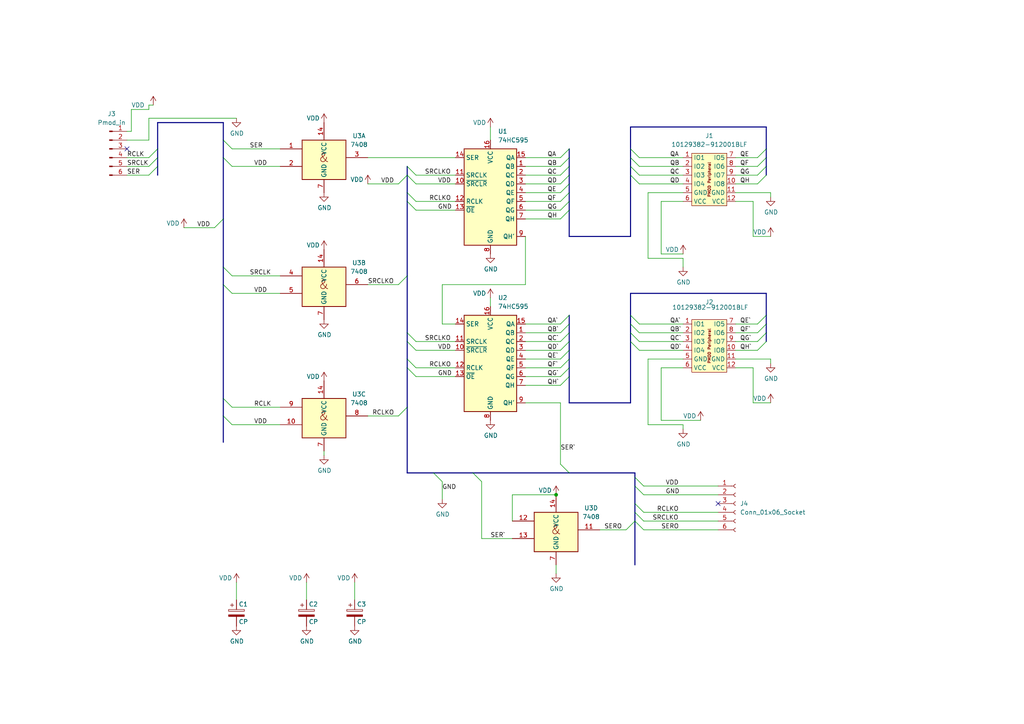
<source format=kicad_sch>
(kicad_sch (version 20231120) (generator "eeschema") (generator_version "8.0")
  (paper "A4")
  (lib_symbols
    (symbol "74xx:74HC595"
      (property "Reference" "U" (at -7.62 13.97 0))
      (property "Value" "74HC595" (at -7.62 -16.51 0))
      (symbol "74HC595_1_0"
        (pin tri_state line (at 10.16 7.62 180) (length 2.54) (name "QB") (number "1"))
        (pin input line (at -10.16 2.54 0) (length 2.54) (name "~{SRCLR}") (number "10"))
        (pin input line (at -10.16 5.08 0) (length 2.54) (name "SRCLK") (number "11"))
        (pin input line (at -10.16 -2.54 0) (length 2.54) (name "RCLK") (number "12"))
        (pin input line (at -10.16 -5.08 0) (length 2.54) (name "~{OE}") (number "13"))
        (pin input line (at -10.16 10.16 0) (length 2.54) (name "SER") (number "14"))
        (pin tri_state line (at 10.16 10.16 180) (length 2.54) (name "QA") (number "15"))
        (pin power_in line (at 0 15.24 270) (length 2.54) (name "VCC") (number "16"))
        (pin tri_state line (at 10.16 5.08 180) (length 2.54) (name "QC") (number "2"))
        (pin tri_state line (at 10.16 2.54 180) (length 2.54) (name "QD") (number "3"))
        (pin tri_state line (at 10.16 0 180) (length 2.54) (name "QE") (number "4"))
        (pin tri_state line (at 10.16 -2.54 180) (length 2.54) (name "QF") (number "5"))
        (pin tri_state line (at 10.16 -5.08 180) (length 2.54) (name "QG") (number "6"))
        (pin tri_state line (at 10.16 -7.62 180) (length 2.54) (name "QH") (number "7"))
        (pin power_in line (at 0 -17.78 90) (length 2.54) (name "GND") (number "8"))
        (pin output line (at 10.16 -12.7 180) (length 2.54) (name "QH'") (number "9"))
      )
      (symbol "74HC595_1_1"
        (rectangle (start -7.62 12.7) (end 7.62 -15.24) (stroke (width 0.254)) (fill (type background)))
      )
    )
    (symbol "74xx_IEEE:7408"
      (property "Reference" "U" (at 2.54 7.62 0))
      (property "Value" "7408" (at 3.81 -8.89 0))
      (symbol "7408_0_1"
        (rectangle (start -6.35 5.08) (end 6.35 -6.35) (stroke (width 0.254)) (fill (type background)))
        (text "&" (at 0 0 0) (effects (font (size 2.54 2.54))))
        (pin power_in line (at 0 10.16 270) (length 5.08) (name "VCC") (number "14"))
        (pin power_in line (at 0 -10.16 90) (length 3.81) (name "GND") (number "7"))
      )
      (symbol "7408_1_1"
        (pin input line (at -12.7 2.54 0) (length 6.35) (name "~") (number "1"))
        (pin input line (at -12.7 -2.54 0) (length 6.35) (name "~") (number "2"))
        (pin output line (at 12.7 0 180) (length 6.35) (name "~") (number "3"))
      )
      (symbol "7408_2_1"
        (pin input line (at -12.7 2.54 0) (length 6.35) (name "~") (number "4"))
        (pin input line (at -12.7 -2.54 0) (length 6.35) (name "~") (number "5"))
        (pin input line (at 12.7 0 180) (length 6.35) (name "~") (number "6"))
      )
      (symbol "7408_3_1"
        (pin input line (at -12.7 -2.54 0) (length 6.35) (name "~") (number "10"))
        (pin input line (at 12.7 0 180) (length 6.35) (name "~") (number "8"))
        (pin input line (at -12.7 2.54 0) (length 6.35) (name "~") (number "9"))
      )
      (symbol "7408_4_1"
        (pin input line (at 12.7 0 180) (length 6.35) (name "~") (number "11"))
        (pin input line (at -12.7 2.54 0) (length 6.35) (name "~") (number "12"))
        (pin input line (at -12.7 -2.54 0) (length 6.35) (name "~") (number "13"))
      )
    )
    (symbol "Connector:Conn_01x06_Pin" (pin_names (offset 1.016) hide)
      (property "Reference" "J" (at 0 7.62 0))
      (property "Value" "Conn_01x06_Pin" (at 0 -10.16 0))
      (symbol "Conn_01x06_Pin_1_1"
        (polyline (pts (xy 1.27 -7.62) (xy 0.8636 -7.62)) (stroke (width 0.1524)))
        (polyline (pts (xy 1.27 -5.08) (xy 0.8636 -5.08)) (stroke (width 0.1524)))
        (polyline (pts (xy 1.27 -2.54) (xy 0.8636 -2.54)) (stroke (width 0.1524)))
        (polyline (pts (xy 1.27 0) (xy 0.8636 0)) (stroke (width 0.1524)))
        (polyline (pts (xy 1.27 2.54) (xy 0.8636 2.54)) (stroke (width 0.1524)))
        (polyline (pts (xy 1.27 5.08) (xy 0.8636 5.08)) (stroke (width 0.1524)))
        (rectangle (start 0.8636 -7.493) (end 0 -7.747) (stroke (width 0.1524)) (fill (type outline)))
        (rectangle (start 0.8636 -4.953) (end 0 -5.207) (stroke (width 0.1524)) (fill (type outline)))
        (rectangle (start 0.8636 -2.413) (end 0 -2.667) (stroke (width 0.1524)) (fill (type outline)))
        (rectangle (start 0.8636 0.127) (end 0 -0.127) (stroke (width 0.1524)) (fill (type outline)))
        (rectangle (start 0.8636 2.667) (end 0 2.413) (stroke (width 0.1524)) (fill (type outline)))
        (rectangle (start 0.8636 5.207) (end 0 4.953) (stroke (width 0.1524)) (fill (type outline)))
        (pin passive line (at 5.08 5.08 180) (length 3.81) (name "Pin_1") (number "1"))
        (pin passive line (at 5.08 2.54 180) (length 3.81) (name "Pin_2") (number "2"))
        (pin passive line (at 5.08 0 180) (length 3.81) (name "Pin_3") (number "3"))
        (pin passive line (at 5.08 -2.54 180) (length 3.81) (name "Pin_4") (number "4"))
        (pin passive line (at 5.08 -5.08 180) (length 3.81) (name "Pin_5") (number "5"))
        (pin passive line (at 5.08 -7.62 180) (length 3.81) (name "Pin_6") (number "6"))
      )
    )
    (symbol "Connector:Conn_01x06_Socket" (pin_names (offset 1.016) hide)
      (property "Reference" "J" (at 0 7.62 0))
      (property "Value" "Conn_01x06_Socket" (at 0 -10.16 0))
      (symbol "Conn_01x06_Socket_1_1"
        (arc (start 0 -7.112) (mid -0.5058 -7.62) (end 0 -8.128) (stroke (width 0.1524)))
        (arc (start 0 -4.572) (mid -0.5058 -5.08) (end 0 -5.588) (stroke (width 0.1524)))
        (arc (start 0 -2.032) (mid -0.5058 -2.54) (end 0 -3.048) (stroke (width 0.1524)))
        (polyline (pts (xy -1.27 -7.62) (xy -0.508 -7.62)) (stroke (width 0.1524)))
        (polyline (pts (xy -1.27 -5.08) (xy -0.508 -5.08)) (stroke (width 0.1524)))
        (polyline (pts (xy -1.27 -2.54) (xy -0.508 -2.54)) (stroke (width 0.1524)))
        (polyline (pts (xy -1.27 0) (xy -0.508 0)) (stroke (width 0.1524)))
        (polyline (pts (xy -1.27 2.54) (xy -0.508 2.54)) (stroke (width 0.1524)))
        (polyline (pts (xy -1.27 5.08) (xy -0.508 5.08)) (stroke (width 0.1524)))
        (arc (start 0 0.508) (mid -0.5058 0) (end 0 -0.508) (stroke (width 0.1524)))
        (arc (start 0 3.048) (mid -0.5058 2.54) (end 0 2.032) (stroke (width 0.1524)))
        (arc (start 0 5.588) (mid -0.5058 5.08) (end 0 4.572) (stroke (width 0.1524)))
        (pin passive line (at -5.08 5.08 0) (length 3.81) (name "Pin_1") (number "1"))
        (pin passive line (at -5.08 2.54 0) (length 3.81) (name "Pin_2") (number "2"))
        (pin passive line (at -5.08 0 0) (length 3.81) (name "Pin_3") (number "3"))
        (pin passive line (at -5.08 -2.54 0) (length 3.81) (name "Pin_4") (number "4"))
        (pin passive line (at -5.08 -5.08 0) (length 3.81) (name "Pin_5") (number "5"))
        (pin passive line (at -5.08 -7.62 0) (length 3.81) (name "Pin_6") (number "6"))
      )
    )
    (symbol "Device:CP" (pin_numbers hide) (pin_names (offset 0.254))
      (property "Reference" "C" (at 0.635 2.54 0))
      (property "Value" "Device_CP" (at 0.635 -2.54 0))
      (symbol "CP_0_1"
        (rectangle (start -2.286 0.508) (end 2.286 1.016))
        (polyline (pts (xy -1.778 2.286) (xy -0.762 2.286)))
        (polyline (pts (xy -1.27 2.794) (xy -1.27 1.778)))
        (rectangle (start 2.286 -0.508) (end -2.286 -1.016) (fill (type outline)))
      )
      (symbol "CP_1_1"
        (pin passive line (at 0 3.81 270) (length 2.794) (name "~") (number "1"))
        (pin passive line (at 0 -3.81 90) (length 2.794) (name "~") (number "2"))
      )
    )
    (symbol "pmod:PMOD_PERIPH_2x6"
      (property "Reference" "J" (at -3.81 12.7 0))
      (property "Value" "10129382-912001BLF" (at 2.54 -5.08 0))
      (symbol "PMOD_PERIPH_2x6_1_1"
        (rectangle (start -5.08 11.43) (end 5.08 -3.81) (fill (type background)))
        (text "PMOD Peripheral" (at 0 3.81 900) (effects (font (size 0.8 0.8))))
        (pin bidirectional line (at -7.62 10.16 0) (length 2.54) (name "IO1") (number "1"))
        (pin bidirectional line (at 7.62 2.54 180) (length 2.54) (name "IO8") (number "10"))
        (pin power_in line (at 7.62 0 180) (length 2.54) (name "GND") (number "11"))
        (pin power_in line (at 7.62 -2.54 180) (length 2.54) (name "VCC") (number "12"))
        (pin bidirectional line (at -7.62 7.62 0) (length 2.54) (name "IO2") (number "2"))
        (pin bidirectional line (at -7.62 5.08 0) (length 2.54) (name "IO3") (number "3"))
        (pin bidirectional line (at -7.62 2.54 0) (length 2.54) (name "IO4") (number "4"))
        (pin power_in line (at -7.62 0 0) (length 2.54) (name "GND") (number "5"))
        (pin power_in line (at -7.62 -2.54 0) (length 2.54) (name "VCC") (number "6"))
        (pin bidirectional line (at 7.62 10.16 180) (length 2.54) (name "IO5") (number "7"))
        (pin bidirectional line (at 7.62 7.62 180) (length 2.54) (name "IO6") (number "8"))
        (pin bidirectional line (at 7.62 5.08 180) (length 2.54) (name "IO7") (number "9"))
      )
    )
    (symbol "power:GND" (power) (pin_names (offset 0))
      (property "Value" "GND" (at 0 -3.81 0))
      (symbol "GND_0_1"
        (polyline (pts (xy 0 0) (xy 0 -1.27) (xy 1.27 -1.27) (xy 0 -2.54) (xy -1.27 -1.27) (xy 0 -1.27)))
      )
      (symbol "GND_1_1"
        (pin power_in line (at 0 0 270) (length 0) hide (name "GND") (number "1"))
      )
    )
    (symbol "power:VDD" (power) (pin_names (offset 0))
      (property "Value" "VDD" (at 0 3.81 0))
      (symbol "VDD_0_1"
        (polyline (pts (xy -0.762 1.27) (xy 0 2.54)))
        (polyline (pts (xy 0 0) (xy 0 2.54)))
        (polyline (pts (xy 0 2.54) (xy 0.762 1.27)))
      )
      (symbol "VDD_1_1"
        (pin power_in line (at 0 0 90) (length 0) hide (name "VDD") (number "1"))
      )
    )
  )
  (junction (at 161.29 143.51))
  (no_connect (at 208.28 146.05))
  (no_connect (at 36.83 43.18))
  (bus_entry (at 137.16 137.16) (size 2.54 2.54))
  (bus_entry (at 162.56 50.8) (size 2.54 -2.54))
  (bus_entry (at 182.88 50.8) (size 2.54 2.54))
  (bus_entry (at 184.15 138.43) (size 2.54 2.54))
  (bus_entry (at 118.11 99.06) (size 2.54 2.54))
  (bus_entry (at 162.56 48.26) (size 2.54 -2.54))
  (bus_entry (at 162.56 55.88) (size 2.54 -2.54))
  (bus_entry (at 162.56 111.76) (size 2.54 -2.54))
  (bus_entry (at 184.15 140.97) (size 2.54 2.54))
  (bus_entry (at 118.11 55.88) (size 2.54 2.54))
  (bus_entry (at 184.15 146.05) (size 2.54 2.54))
  (bus_entry (at 118.11 104.14) (size 2.54 2.54))
  (bus_entry (at 64.77 82.55) (size 2.54 2.54))
  (bus_entry (at 162.56 109.22) (size 2.54 -2.54))
  (bus_entry (at 118.11 96.52) (size 2.54 2.54))
  (bus_entry (at 64.77 45.72) (size 2.54 2.54))
  (bus_entry (at 219.71 96.52) (size 2.54 -2.54))
  (bus_entry (at 162.56 134.62) (size 2.54 2.54))
  (bus_entry (at 43.18 45.72) (size 2.54 -2.54))
  (bus_entry (at 182.88 91.44) (size 2.54 2.54))
  (bus_entry (at 219.71 45.72) (size 2.54 -2.54))
  (bus_entry (at 118.11 48.26) (size 2.54 2.54))
  (bus_entry (at 162.56 104.14) (size 2.54 -2.54))
  (bus_entry (at 162.56 96.52) (size 2.54 -2.54))
  (bus_entry (at 162.56 53.34) (size 2.54 -2.54))
  (bus_entry (at 62.23 66.04) (size 2.54 -2.54))
  (bus_entry (at 182.88 48.26) (size 2.54 2.54))
  (bus_entry (at 43.18 50.8) (size 2.54 -2.54))
  (bus_entry (at 182.88 96.52) (size 2.54 2.54))
  (bus_entry (at 219.71 48.26) (size 2.54 -2.54))
  (bus_entry (at 64.77 40.64) (size 2.54 2.54))
  (bus_entry (at 162.56 58.42) (size 2.54 -2.54))
  (bus_entry (at 219.71 50.8) (size 2.54 -2.54))
  (bus_entry (at 125.73 137.16) (size 2.54 2.54))
  (bus_entry (at 162.56 99.06) (size 2.54 -2.54))
  (bus_entry (at 115.57 120.65) (size 2.54 -2.54))
  (bus_entry (at 64.77 120.65) (size 2.54 2.54))
  (bus_entry (at 162.56 60.96) (size 2.54 -2.54))
  (bus_entry (at 184.15 148.59) (size 2.54 2.54))
  (bus_entry (at 181.61 153.67) (size 2.54 -2.54))
  (bus_entry (at 219.71 53.34) (size 2.54 -2.54))
  (bus_entry (at 118.11 50.8) (size 2.54 2.54))
  (bus_entry (at 182.88 45.72) (size 2.54 2.54))
  (bus_entry (at 118.11 106.68) (size 2.54 2.54))
  (bus_entry (at 162.56 63.5) (size 2.54 -2.54))
  (bus_entry (at 184.15 151.13) (size 2.54 2.54))
  (bus_entry (at 115.57 82.55) (size 2.54 -2.54))
  (bus_entry (at 162.56 101.6) (size 2.54 -2.54))
  (bus_entry (at 162.56 106.68) (size 2.54 -2.54))
  (bus_entry (at 64.77 115.57) (size 2.54 2.54))
  (bus_entry (at 162.56 93.98) (size 2.54 -2.54))
  (bus_entry (at 219.71 101.6) (size 2.54 -2.54))
  (bus_entry (at 182.88 99.06) (size 2.54 2.54))
  (bus_entry (at 219.71 99.06) (size 2.54 -2.54))
  (bus_entry (at 182.88 93.98) (size 2.54 2.54))
  (bus_entry (at 118.11 58.42) (size 2.54 2.54))
  (bus_entry (at 43.18 48.26) (size 2.54 -2.54))
  (bus_entry (at 115.57 53.34) (size 2.54 -2.54))
  (bus_entry (at 162.56 45.72) (size 2.54 -2.54))
  (bus_entry (at 219.71 93.98) (size 2.54 -2.54))
  (bus_entry (at 182.88 43.18) (size 2.54 2.54))
  (bus_entry (at 64.77 77.47) (size 2.54 2.54))
  (bus (pts (xy 118.11 118.11) (xy 118.11 137.16)))
  (bus (pts (xy 165.1 101.6) (xy 165.1 104.14)))
  (wire (pts (xy 213.36 53.34) (xy 219.71 53.34)))
  (wire (pts (xy 213.36 50.8) (xy 219.71 50.8)))
  (wire (pts (xy 185.42 99.06) (xy 198.12 99.06)))
  (wire (pts (xy 152.4 58.42) (xy 162.56 58.42)))
  (wire (pts (xy 213.36 99.06) (xy 219.71 99.06)))
  (wire (pts (xy 198.12 74.93) (xy 198.12 77.47)))
  (wire (pts (xy 142.24 86.36) (xy 142.24 88.9)))
  (wire (pts (xy 213.36 104.14) (xy 223.52 104.14)))
  (bus (pts (xy 165.1 45.72) (xy 165.1 48.26)))
  (wire (pts (xy 218.44 116.84) (xy 223.52 116.84)))
  (bus (pts (xy 182.88 48.26) (xy 182.88 45.72)))
  (bus (pts (xy 165.1 53.34) (xy 165.1 55.88)))
  (wire (pts (xy 120.65 50.8) (xy 132.08 50.8)))
  (wire (pts (xy 36.83 50.8) (xy 43.18 50.8)))
  (wire (pts (xy 128.27 139.7) (xy 128.27 144.78)))
  (wire (pts (xy 213.36 96.52) (xy 219.71 96.52)))
  (wire (pts (xy 43.18 40.64) (xy 36.83 40.64)))
  (bus (pts (xy 165.1 96.52) (xy 165.1 99.06)))
  (wire (pts (xy 67.31 118.11) (xy 81.28 118.11)))
  (wire (pts (xy 152.4 116.84) (xy 162.56 116.84)))
  (wire (pts (xy 162.56 116.84) (xy 162.56 134.62)))
  (bus (pts (xy 165.1 60.96) (xy 165.1 68.58)))
  (bus (pts (xy 184.15 140.97) (xy 184.15 146.05)))
  (bus (pts (xy 182.88 36.83) (xy 182.88 43.18)))
  (bus (pts (xy 165.1 48.26) (xy 165.1 50.8)))
  (wire (pts (xy 106.68 53.34) (xy 115.57 53.34)))
  (wire (pts (xy 198.12 123.19) (xy 198.12 124.46)))
  (bus (pts (xy 118.11 106.68) (xy 118.11 118.11)))
  (wire (pts (xy 148.59 143.51) (xy 161.29 143.51)))
  (bus (pts (xy 182.88 85.09) (xy 182.88 91.44)))
  (bus (pts (xy 222.25 36.83) (xy 222.25 43.18)))
  (wire (pts (xy 88.9 168.91) (xy 88.9 173.99)))
  (wire (pts (xy 186.69 153.67) (xy 208.28 153.67)))
  (wire (pts (xy 152.4 68.58) (xy 152.4 82.55)))
  (wire (pts (xy 43.18 34.29) (xy 68.58 34.29)))
  (wire (pts (xy 38.1 31.75) (xy 43.18 31.75)))
  (bus (pts (xy 165.1 50.8) (xy 165.1 53.34)))
  (wire (pts (xy 186.69 151.13) (xy 208.28 151.13)))
  (wire (pts (xy 120.65 99.06) (xy 132.08 99.06)))
  (bus (pts (xy 184.15 137.16) (xy 184.15 138.43)))
  (bus (pts (xy 45.72 48.26) (xy 45.72 50.8)))
  (wire (pts (xy 185.42 96.52) (xy 198.12 96.52)))
  (wire (pts (xy 106.68 82.55) (xy 115.57 82.55)))
  (bus (pts (xy 118.11 137.16) (xy 125.73 137.16)))
  (wire (pts (xy 152.4 50.8) (xy 162.56 50.8)))
  (wire (pts (xy 139.7 139.7) (xy 139.7 156.21)))
  (bus (pts (xy 64.77 45.72) (xy 64.77 63.5)))
  (wire (pts (xy 152.4 63.5) (xy 162.56 63.5)))
  (bus (pts (xy 184.15 151.13) (xy 184.15 163.83)))
  (bus (pts (xy 165.1 93.98) (xy 165.1 96.52)))
  (wire (pts (xy 213.36 101.6) (xy 219.71 101.6)))
  (wire (pts (xy 218.44 116.84) (xy 218.44 106.68)))
  (bus (pts (xy 64.77 120.65) (xy 64.77 128.27)))
  (wire (pts (xy 185.42 50.8) (xy 198.12 50.8)))
  (bus (pts (xy 222.25 93.98) (xy 222.25 96.52)))
  (wire (pts (xy 187.96 123.19) (xy 187.96 104.14)))
  (bus (pts (xy 64.77 77.47) (xy 64.77 82.55)))
  (wire (pts (xy 213.36 45.72) (xy 219.71 45.72)))
  (bus (pts (xy 165.1 116.84) (xy 182.88 116.84)))
  (bus (pts (xy 64.77 115.57) (xy 64.77 120.65)))
  (bus (pts (xy 182.88 93.98) (xy 182.88 91.44)))
  (wire (pts (xy 191.77 106.68) (xy 191.77 121.92)))
  (wire (pts (xy 152.4 60.96) (xy 162.56 60.96)))
  (bus (pts (xy 118.11 50.8) (xy 118.11 55.88)))
  (wire (pts (xy 148.59 151.13) (xy 148.59 143.51)))
  (wire (pts (xy 152.4 106.68) (xy 162.56 106.68)))
  (bus (pts (xy 45.72 35.56) (xy 64.77 35.56)))
  (wire (pts (xy 186.69 148.59) (xy 208.28 148.59)))
  (wire (pts (xy 223.52 104.14) (xy 223.52 105.41)))
  (wire (pts (xy 68.58 168.91) (xy 68.58 173.99)))
  (wire (pts (xy 53.34 66.04) (xy 62.23 66.04)))
  (wire (pts (xy 67.31 123.19) (xy 81.28 123.19)))
  (wire (pts (xy 223.52 55.88) (xy 223.52 57.15)))
  (wire (pts (xy 106.68 120.65) (xy 115.57 120.65)))
  (bus (pts (xy 137.16 137.16) (xy 165.1 137.16)))
  (wire (pts (xy 186.69 143.51) (xy 208.28 143.51)))
  (wire (pts (xy 67.31 80.01) (xy 81.28 80.01)))
  (wire (pts (xy 102.87 168.91) (xy 102.87 173.99)))
  (bus (pts (xy 165.1 43.18) (xy 165.1 45.72)))
  (bus (pts (xy 45.72 45.72) (xy 45.72 48.26)))
  (wire (pts (xy 218.44 68.58) (xy 223.52 68.58)))
  (bus (pts (xy 222.25 91.44) (xy 222.25 93.98)))
  (bus (pts (xy 165.1 58.42) (xy 165.1 60.96)))
  (bus (pts (xy 182.88 96.52) (xy 182.88 93.98)))
  (wire (pts (xy 213.36 93.98) (xy 219.71 93.98)))
  (bus (pts (xy 64.77 63.5) (xy 64.77 77.47)))
  (bus (pts (xy 182.88 36.83) (xy 222.25 36.83)))
  (bus (pts (xy 182.88 116.84) (xy 182.88 99.06)))
  (wire (pts (xy 152.4 55.88) (xy 162.56 55.88)))
  (wire (pts (xy 213.36 55.88) (xy 223.52 55.88)))
  (wire (pts (xy 120.65 101.6) (xy 132.08 101.6)))
  (bus (pts (xy 165.1 104.14) (xy 165.1 106.68)))
  (wire (pts (xy 120.65 58.42) (xy 132.08 58.42)))
  (wire (pts (xy 43.18 31.75) (xy 43.18 30.48)))
  (bus (pts (xy 182.88 50.8) (xy 182.88 48.26)))
  (bus (pts (xy 165.1 55.88) (xy 165.1 58.42)))
  (bus (pts (xy 222.25 96.52) (xy 222.25 99.06)))
  (wire (pts (xy 185.42 93.98) (xy 198.12 93.98)))
  (wire (pts (xy 187.96 55.88) (xy 198.12 55.88)))
  (wire (pts (xy 213.36 48.26) (xy 219.71 48.26)))
  (wire (pts (xy 152.4 93.98) (xy 162.56 93.98)))
  (wire (pts (xy 191.77 73.66) (xy 198.12 73.66)))
  (bus (pts (xy 182.88 85.09) (xy 222.25 85.09)))
  (wire (pts (xy 152.4 96.52) (xy 162.56 96.52)))
  (wire (pts (xy 128.27 82.55) (xy 128.27 93.98)))
  (wire (pts (xy 67.31 85.09) (xy 81.28 85.09)))
  (wire (pts (xy 187.96 74.93) (xy 198.12 74.93)))
  (bus (pts (xy 64.77 40.64) (xy 64.77 45.72)))
  (wire (pts (xy 185.42 101.6) (xy 198.12 101.6)))
  (bus (pts (xy 118.11 55.88) (xy 118.11 58.42)))
  (bus (pts (xy 182.88 45.72) (xy 182.88 43.18)))
  (bus (pts (xy 118.11 58.42) (xy 118.11 80.01)))
  (bus (pts (xy 165.1 109.22) (xy 165.1 116.84)))
  (wire (pts (xy 187.96 74.93) (xy 187.96 55.88)))
  (bus (pts (xy 165.1 99.06) (xy 165.1 101.6)))
  (wire (pts (xy 38.1 31.75) (xy 38.1 38.1)))
  (wire (pts (xy 152.4 53.34) (xy 162.56 53.34)))
  (wire (pts (xy 185.42 48.26) (xy 198.12 48.26)))
  (wire (pts (xy 187.96 123.19) (xy 198.12 123.19)))
  (wire (pts (xy 213.36 58.42) (xy 218.44 58.42)))
  (wire (pts (xy 120.65 53.34) (xy 132.08 53.34)))
  (wire (pts (xy 142.24 36.83) (xy 142.24 40.64)))
  (bus (pts (xy 118.11 104.14) (xy 118.11 106.68)))
  (wire (pts (xy 128.27 93.98) (xy 132.08 93.98)))
  (wire (pts (xy 43.18 30.48) (xy 44.45 30.48)))
  (wire (pts (xy 187.96 104.14) (xy 198.12 104.14)))
  (wire (pts (xy 152.4 111.76) (xy 162.56 111.76)))
  (wire (pts (xy 185.42 45.72) (xy 198.12 45.72)))
  (wire (pts (xy 191.77 58.42) (xy 191.77 73.66)))
  (wire (pts (xy 161.29 163.83) (xy 161.29 166.37)))
  (wire (pts (xy 218.44 68.58) (xy 218.44 58.42)))
  (bus (pts (xy 64.77 35.56) (xy 64.77 40.64)))
  (wire (pts (xy 185.42 53.34) (xy 198.12 53.34)))
  (wire (pts (xy 191.77 58.42) (xy 198.12 58.42)))
  (bus (pts (xy 125.73 137.16) (xy 137.16 137.16)))
  (bus (pts (xy 118.11 48.26) (xy 118.11 50.8)))
  (wire (pts (xy 152.4 82.55) (xy 128.27 82.55)))
  (bus (pts (xy 45.72 43.18) (xy 45.72 45.72)))
  (wire (pts (xy 186.69 140.97) (xy 208.28 140.97)))
  (bus (pts (xy 182.88 68.58) (xy 182.88 50.8)))
  (bus (pts (xy 118.11 80.01) (xy 118.11 96.52)))
  (bus (pts (xy 165.1 91.44) (xy 165.1 93.98)))
  (wire (pts (xy 152.4 101.6) (xy 162.56 101.6)))
  (wire (pts (xy 36.83 45.72) (xy 43.18 45.72)))
  (wire (pts (xy 36.83 48.26) (xy 43.18 48.26)))
  (bus (pts (xy 222.25 43.18) (xy 222.25 45.72)))
  (wire (pts (xy 67.31 43.18) (xy 81.28 43.18)))
  (bus (pts (xy 182.88 99.06) (xy 182.88 96.52)))
  (bus (pts (xy 45.72 35.56) (xy 45.72 43.18)))
  (wire (pts (xy 152.4 99.06) (xy 162.56 99.06)))
  (bus (pts (xy 165.1 106.68) (xy 165.1 109.22)))
  (wire (pts (xy 191.77 121.92) (xy 203.2 121.92)))
  (bus (pts (xy 222.25 48.26) (xy 222.25 50.8)))
  (wire (pts (xy 139.7 156.21) (xy 148.59 156.21)))
  (wire (pts (xy 120.65 60.96) (xy 132.08 60.96)))
  (wire (pts (xy 152.4 109.22) (xy 162.56 109.22)))
  (wire (pts (xy 173.99 153.67) (xy 181.61 153.67)))
  (bus (pts (xy 64.77 82.55) (xy 64.77 115.57)))
  (wire (pts (xy 120.65 106.68) (xy 132.08 106.68)))
  (bus (pts (xy 118.11 99.06) (xy 118.11 104.14)))
  (bus (pts (xy 222.25 45.72) (xy 222.25 48.26)))
  (bus (pts (xy 184.15 146.05) (xy 184.15 148.59)))
  (bus (pts (xy 165.1 68.58) (xy 182.88 68.58)))
  (wire (pts (xy 191.77 106.68) (xy 198.12 106.68)))
  (wire (pts (xy 152.4 104.14) (xy 162.56 104.14)))
  (bus (pts (xy 165.1 137.16) (xy 184.15 137.16)))
  (wire (pts (xy 152.4 45.72) (xy 162.56 45.72)))
  (bus (pts (xy 118.11 96.52) (xy 118.11 99.06)))
  (bus (pts (xy 184.15 148.59) (xy 184.15 151.13)))
  (wire (pts (xy 106.68 45.72) (xy 132.08 45.72)))
  (wire (pts (xy 38.1 38.1) (xy 36.83 38.1)))
  (bus (pts (xy 222.25 85.09) (xy 222.25 91.44)))
  (wire (pts (xy 120.65 109.22) (xy 132.08 109.22)))
  (wire (pts (xy 213.36 106.68) (xy 218.44 106.68)))
  (wire (pts (xy 43.18 34.29) (xy 43.18 40.64)))
  (bus (pts (xy 184.15 138.43) (xy 184.15 140.97)))
  (wire (pts (xy 93.98 132.08) (xy 93.98 130.81)))
  (wire (pts (xy 67.31 48.26) (xy 81.28 48.26)))
  (wire (pts (xy 152.4 48.26) (xy 162.56 48.26)))
  (label "RCLK" (at 36.83 45.72 0))
  (label "SRCLK" (at 72.39 80.01 0))
  (label "RCLKO" (at 124.46 106.68 0))
  (label "VDD" (at 73.66 48.26 0))
  (label "RCLK" (at 73.66 118.11 0))
  (label "QE" (at 158.75 55.88 0))
  (label "SER" (at 36.83 50.8 0))
  (label "RCLKO" (at 124.46 58.42 0))
  (label "QG`" (at 158.75 109.22 0))
  (label "QH" (at 214.63 53.34 0))
  (label "QB`" (at 194.31 96.52 0))
  (label "VDD" (at 110.49 53.34 0))
  (label "QA" (at 194.31 45.72 0))
  (label "VDD" (at 57.15 66.04 0))
  (label "RCLKO" (at 190.5 148.59 0))
  (label "SERO" (at 175.26 153.67 0))
  (label "GND" (at 127 60.96 0))
  (label "QG" (at 214.63 50.8 0))
  (label "SRCLK" (at 36.83 48.26 0))
  (label "QB" (at 158.75 48.26 0))
  (label "QD" (at 194.31 53.34 0))
  (label "QG" (at 158.75 60.96 0))
  (label "QF`" (at 158.75 106.68 0))
  (label "QA`" (at 158.75 93.98 0))
  (label "QH" (at 158.75 63.5 0))
  (label "VDD" (at 73.66 123.19 0))
  (label "QD" (at 158.75 53.34 0))
  (label "QF" (at 158.75 58.42 0))
  (label "SERO" (at 191.77 153.67 0))
  (label "VDD" (at 127 101.6 0))
  (label "RCLKO" (at 107.95 120.65 0))
  (label "QB" (at 194.31 48.26 0))
  (label "GND" (at 193.04 143.51 0))
  (label "QE`" (at 214.63 93.98 0))
  (label "GND" (at 128.27 142.24 0))
  (label "QG`" (at 214.63 99.06 0))
  (label "SER`" (at 142.24 156.21 0))
  (label "QF" (at 214.63 48.26 0))
  (label "QD`" (at 194.31 101.6 0))
  (label "QE" (at 214.63 45.72 0))
  (label "QC`" (at 158.75 99.06 0))
  (label "QB`" (at 158.75 96.52 0))
  (label "QC" (at 194.31 50.8 0))
  (label "SRCLKO" (at 189.23 151.13 0))
  (label "QC" (at 158.75 50.8 0))
  (label "QE`" (at 158.75 104.14 0))
  (label "QF`" (at 214.63 96.52 0))
  (label "QA" (at 158.75 45.72 0))
  (label "SRCLKO" (at 106.68 82.55 0))
  (label "QH`" (at 214.63 101.6 0))
  (label "VDD" (at 127 53.34 0))
  (label "SRCLKO" (at 123.19 99.06 0))
  (label "SER" (at 72.39 43.18 0))
  (label "SER`" (at 162.56 130.81 0))
  (label "QC`" (at 194.31 99.06 0))
  (label "QA`" (at 194.31 93.98 0))
  (label "GND" (at 127 109.22 0))
  (label "VDD" (at 193.04 140.97 0))
  (label "QH`" (at 158.75 111.76 0))
  (label "QD`" (at 158.75 101.6 0))
  (label "VDD" (at 73.66 85.09 0))
  (label "SRCLKO" (at 123.19 50.8 0))
  (symbol (lib_id "power:GND") (at 161.29 166.37 0) (unit 1)
    (property "Reference" "#PWR028" (effects (hide yes)))
    (property "Value" "GND" (at 161.417 170.7642 0))
  )
  (symbol (lib_id "power:GND") (at 128.27 144.78 0) (unit 1)
    (property "Reference" "#PWR029" (effects (hide yes)))
    (property "Value" "GND" (at 128.397 149.1742 0))
  )
  (symbol (lib_id "power:GND") (at 223.52 105.41 0) (unit 1)
    (property "Reference" "#PWR09" (effects (hide yes)))
    (property "Value" "GND" (at 223.647 109.8042 0))
  )
  (symbol (lib_id "power:VDD") (at 203.2 121.92 0) (unit 1)
    (property "Reference" "#PWR015" (effects (hide yes)))
    (property "Value" "VDD" (at 198.12 120.65 0) (effects (justify left)))
  )
  (symbol (lib_id "74xx:74HC595") (at 142.24 55.88 0) (unit 1)
    (property "Reference" "U1" (at 144.4341 38.1 0) (effects (justify left)))
    (property "Value" "74HC595" (at 144.4341 40.64 0) (effects (justify left)))
    (property "Footprint" "Package_DIP:DIP-16_W7.62mm_LongPads" (effects (hide yes)))
    (property "Datasheet" "http://www.ti.com/lit/ds/symlink/sn74hc595.pdf" (effects (hide yes)))
  )
  (symbol (lib_id "power:VDD") (at 106.68 53.34 0) (unit 1)
    (property "Reference" "#PWR030" (effects (hide yes)))
    (property "Value" "VDD" (at 101.6 52.07 0) (effects (justify left)))
  )
  (symbol (lib_id "power:VDD") (at 161.29 143.51 0) (unit 1)
    (property "Reference" "#PWR024" (effects (hide yes)))
    (property "Value" "VDD" (at 156.21 142.24 0) (effects (justify left)))
  )
  (symbol (lib_id "74xx_IEEE:7408") (at 93.98 45.72 0) (unit 1)
    (property "Reference" "U3" (at 104.14 39.4014 0))
    (property "Value" "7408" (at 104.14 41.9414 0))
    (property "Footprint" "Package_DIP:DIP-14_W7.62mm" (effects (hide yes)))
  )
  (symbol (lib_id "power:VDD") (at 88.9 168.91 0) (unit 1)
    (property "Reference" "#PWR03" (effects (hide yes)))
    (property "Value" "VDD" (at 83.82 167.64 0) (effects (justify left)))
  )
  (symbol (lib_id "power:GND") (at 223.52 57.15 0) (unit 1)
    (property "Reference" "#PWR012" (effects (hide yes)))
    (property "Value" "GND" (at 223.647 61.5442 0))
  )
  (symbol (lib_id "power:VDD") (at 142.24 36.83 0) (unit 1)
    (property "Reference" "#PWR05" (effects (hide yes)))
    (property "Value" "VDD" (at 137.16 35.56 0) (effects (justify left)))
  )
  (symbol (lib_id "power:VDD") (at 223.52 68.58 0) (unit 1)
    (property "Reference" "#PWR013" (effects (hide yes)))
    (property "Value" "VDD" (at 218.44 67.31 0) (effects (justify left)))
  )
  (symbol (lib_id "power:GND") (at 93.98 132.08 0) (unit 1)
    (property "Reference" "#PWR027" (effects (hide yes)))
    (property "Value" "GND" (at 94.107 136.4742 0))
  )
  (symbol (lib_id "Connector:Conn_01x06_Pin") (at 31.75 43.18 0) (unit 1)
    (property "Reference" "J3" (at 32.385 33.02 0))
    (property "Value" "Pmod_in" (at 32.385 35.56 0))
    (property "Footprint" "Connector_PinHeader_2.54mm:PinHeader_1x06_P2.54mm_Horizontal" (effects (hide yes)))
    (property "Description" "Generic connector, single row, 01x06, script generated" (effects (hide yes)))
  )
  (symbol (lib_id "Device:CP") (at 68.58 177.8 0) (unit 1)
    (property "Reference" "C1" (at 69.215 175.26 0) (effects (justify left)))
    (property "Value" "CP" (at 69.215 180.34 0) (effects (justify left)))
    (property "Footprint" "Capacitor_THT:C_Disc_D4.3mm_W1.9mm_P5.00mm" (effects (hide yes)))
  )
  (symbol (lib_id "power:GND") (at 93.98 55.88 0) (unit 1)
    (property "Reference" "#PWR025" (effects (hide yes)))
    (property "Value" "GND" (at 94.107 60.2742 0))
  )
  (symbol (lib_id "power:VDD") (at 93.98 110.49 0) (unit 1)
    (property "Reference" "#PWR023" (effects (hide yes)))
    (property "Value" "VDD" (at 88.9 109.22 0) (effects (justify left)))
  )
  (symbol (lib_id "power:VDD") (at 198.12 73.66 0) (unit 1)
    (property "Reference" "#PWR014" (effects (hide yes)))
    (property "Value" "VDD" (at 193.04 72.39 0) (effects (justify left)))
  )
  (symbol (lib_id "Connector:Conn_01x06_Socket") (at 213.36 146.05 0) (unit 1)
    (property "Reference" "J4" (at 214.63 146.0499 0) (effects (justify left)))
    (property "Value" "Conn_01x06_Socket" (at 214.63 148.5899 0) (effects (justify left)))
    (property "Footprint" "Connector_PinSocket_2.54mm:PinSocket_1x06_P2.54mm_Horizontal" (effects (hide yes)))
    (property "Description" "Generic connector, single row, 01x06, script generated" (effects (hide yes)))
  )
  (symbol (lib_id "pmod:PMOD_PERIPH_2x6") (at 205.74 55.88 0) (unit 1)
    (property "Reference" "J1" (at 205.74 39.37 0))
    (property "Value" "10129382-912001BLF" (at 205.74 41.91 0))
    (property "Footprint" "Connector_PinHeader_2.54mm:pmod-f" (effects (hide yes)))
    (property "Datasheet" "https://cdn.amphenol-cs.com/media/wysiwyg/files/drawing/10129382.pdf" (effects (hide yes)))
    (property "LCSC Part" "C492434" (effects (hide yes)))
  )
  (symbol (lib_id "power:GND") (at 68.58 34.29 0) (unit 1)
    (property "Reference" "#PWR019" (effects (hide yes)))
    (property "Value" "GND" (at 68.707 38.6842 0))
  )
  (symbol (lib_id "power:VDD") (at 102.87 168.91 0) (unit 1)
    (property "Reference" "#PWR032" (effects (hide yes)))
    (property "Value" "VDD" (at 97.79 167.64 0) (effects (justify left)))
  )
  (symbol (lib_id "power:VDD") (at 68.58 168.91 0) (unit 1)
    (property "Reference" "#PWR01" (effects (hide yes)))
    (property "Value" "VDD" (at 63.5 167.64 0) (effects (justify left)))
  )
  (symbol (lib_id "power:VDD") (at 93.98 35.56 0) (unit 1)
    (property "Reference" "#PWR021" (effects (hide yes)))
    (property "Value" "VDD" (at 88.9 34.29 0) (effects (justify left)))
  )
  (symbol (lib_id "power:GND") (at 142.24 121.92 0) (unit 1)
    (property "Reference" "#PWR07" (effects (hide yes)))
    (property "Value" "GND" (at 142.367 126.3142 0))
  )
  (symbol (lib_id "power:GND") (at 93.98 92.71 0) (unit 1)
    (property "Reference" "#PWR026" (effects (hide yes)))
    (property "Value" "GND" (at 94.107 97.1042 0))
  )
  (symbol (lib_id "power:GND") (at 142.24 73.66 0) (unit 1)
    (property "Reference" "#PWR08" (effects (hide yes)))
    (property "Value" "GND" (at 142.367 78.0542 0))
  )
  (symbol (lib_id "74xx:74HC595") (at 142.24 104.14 0) (unit 1)
    (property "Reference" "U2" (at 144.4341 86.36 0) (effects (justify left)))
    (property "Value" "74HC595" (at 144.4341 88.9 0) (effects (justify left)))
    (property "Footprint" "Package_DIP:DIP-16_W7.62mm_LongPads" (effects (hide yes)))
    (property "Datasheet" "http://www.ti.com/lit/ds/symlink/sn74hc595.pdf" (effects (hide yes)))
  )
  (symbol (lib_id "power:GND") (at 102.87 181.61 0) (unit 1)
    (property "Reference" "#PWR033" (effects (hide yes)))
    (property "Value" "GND" (at 102.997 186.0042 0))
  )
  (symbol (lib_id "power:VDD") (at 142.24 86.36 0) (unit 1)
    (property "Reference" "#PWR06" (effects (hide yes)))
    (property "Value" "VDD" (at 137.16 85.09 0) (effects (justify left)))
  )
  (symbol (lib_id "74xx_IEEE:7408") (at 161.29 153.67 0) (unit 4)
    (property "Reference" "U3" (at 171.45 147.3514 0))
    (property "Value" "7408" (at 171.45 149.8914 0))
    (property "Footprint" "Package_DIP:DIP-14_W7.62mm" (effects (hide yes)))
  )
  (symbol (lib_id "power:GND") (at 198.12 124.46 0) (unit 1)
    (property "Reference" "#PWR016" (effects (hide yes)))
    (property "Value" "GND" (at 198.247 128.8542 0))
  )
  (symbol (lib_id "Device:CP") (at 102.87 177.8 0) (unit 1)
    (property "Reference" "C3" (at 103.505 175.26 0) (effects (justify left)))
    (property "Value" "CP" (at 103.505 180.34 0) (effects (justify left)))
    (property "Footprint" "Capacitor_THT:C_Disc_D4.3mm_W1.9mm_P5.00mm" (effects (hide yes)))
  )
  (symbol (lib_id "74xx_IEEE:7408") (at 93.98 82.55 0) (unit 2)
    (property "Reference" "U3" (at 104.14 76.2314 0))
    (property "Value" "7408" (at 104.14 78.7714 0))
    (property "Footprint" "Package_DIP:DIP-14_W7.62mm" (effects (hide yes)))
  )
  (symbol (lib_id "power:GND") (at 198.12 77.47 0) (unit 1)
    (property "Reference" "#PWR011" (effects (hide yes)))
    (property "Value" "GND" (at 198.247 81.8642 0))
  )
  (symbol (lib_id "power:VDD") (at 93.98 72.39 0) (unit 1)
    (property "Reference" "#PWR022" (effects (hide yes)))
    (property "Value" "VDD" (at 88.9 71.12 0) (effects (justify left)))
  )
  (symbol (lib_id "power:VDD") (at 223.52 116.84 0) (unit 1)
    (property "Reference" "#PWR010" (effects (hide yes)))
    (property "Value" "VDD" (at 218.44 115.57 0) (effects (justify left)))
  )
  (symbol (lib_id "power:VDD") (at 44.45 30.48 0) (unit 1)
    (property "Reference" "#PWR020" (effects (hide yes)))
    (property "Value" "VDD" (at 38.1 30.48 0) (effects (justify left)))
  )
  (symbol (lib_id "Device:CP") (at 88.9 177.8 0) (unit 1)
    (property "Reference" "C2" (at 89.535 175.26 0) (effects (justify left)))
    (property "Value" "CP" (at 89.535 180.34 0) (effects (justify left)))
    (property "Footprint" "Capacitor_THT:C_Disc_D4.3mm_W1.9mm_P5.00mm" (effects (hide yes)))
  )
  (symbol (lib_id "power:GND") (at 68.58 181.61 0) (unit 1)
    (property "Reference" "#PWR02" (effects (hide yes)))
    (property "Value" "GND" (at 68.707 186.0042 0))
  )
  (symbol (lib_id "power:VDD") (at 53.34 66.04 0) (unit 1)
    (property "Reference" "#PWR031" (effects (hide yes)))
    (property "Value" "VDD" (at 48.26 64.77 0) (effects (justify left)))
  )
  (symbol (lib_id "power:GND") (at 88.9 181.61 0) (unit 1)
    (property "Reference" "#PWR04" (effects (hide yes)))
    (property "Value" "GND" (at 89.027 186.0042 0))
  )
  (symbol (lib_id "74xx_IEEE:7408") (at 93.98 120.65 0) (unit 3)
    (property "Reference" "U3" (at 104.14 114.3314 0))
    (property "Value" "7408" (at 104.14 116.8714 0))
    (property "Footprint" "Package_DIP:DIP-14_W7.62mm" (effects (hide yes)))
  )
  (symbol (lib_id "pmod:PMOD_PERIPH_2x6") (at 205.74 104.14 0) (unit 1)
    (property "Reference" "J2" (at 205.74 87.63 0))
    (property "Value" "10129382-912001BLF" (at 205.994 89.154 0))
    (property "Footprint" "Connector_PinHeader_2.54mm:pmod-f" (effects (hide yes)))
    (property "Datasheet" "https://cdn.amphenol-cs.com/media/wysiwyg/files/drawing/10129382.pdf" (effects (hide yes)))
    (property "LCSC Part" "C492434" (effects (hide yes)))
  )
)
</source>
